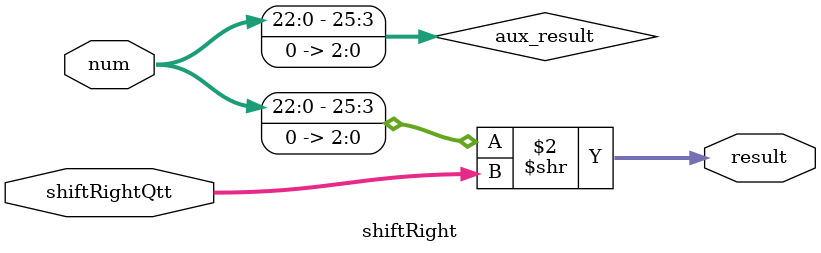
<source format=v>
/* shifta num em shiftRightQtt casas */
module shiftRight(
    input [7:0] shiftRightQtt, // quantidade a ser shiftada
    input [22:0] num, // numero
    output reg [25:0] result // resultado com 26 bits
);

    wire [25:0] aux_result; 
    assign aux_result = {num, 3'b000}; // auxiliar de 26 bits, + 3 bits de armazenamento
    
    // shiftando o número num em shiftRightQtt casas
    always @(*) begin
         result = aux_result >> shiftRightQtt;
    end
    
endmodule
</source>
